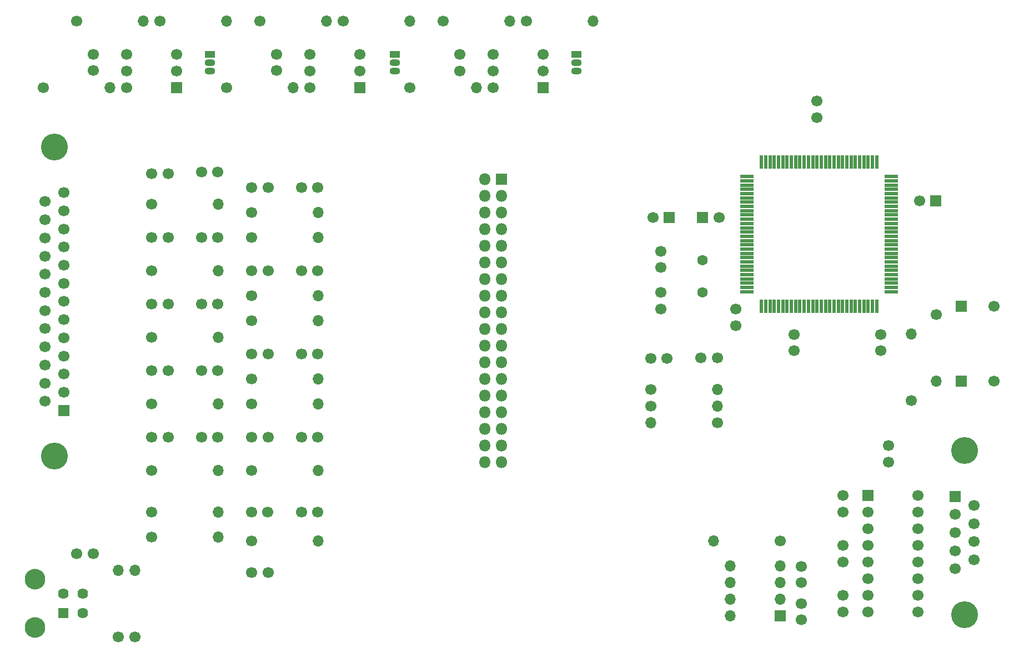
<source format=gbr>
%TF.GenerationSoftware,KiCad,Pcbnew,(5.1.6)-1*%
%TF.CreationDate,2020-07-18T16:19:54-07:00*%
%TF.ProjectId,BPEM488THD,4250454d-3438-4385-9448-442e6b696361,rev?*%
%TF.SameCoordinates,Original*%
%TF.FileFunction,Soldermask,Top*%
%TF.FilePolarity,Negative*%
%FSLAX46Y46*%
G04 Gerber Fmt 4.6, Leading zero omitted, Abs format (unit mm)*
G04 Created by KiCad (PCBNEW (5.1.6)-1) date 2020-07-18 16:19:54*
%MOMM*%
%LPD*%
G01*
G04 APERTURE LIST*
%ADD10C,4.100000*%
%ADD11C,1.700000*%
%ADD12R,1.700000X1.700000*%
%ADD13O,1.700000X1.700000*%
%ADD14R,2.132000X0.481000*%
%ADD15R,0.481000X2.132000*%
%ADD16C,1.600000*%
%ADD17R,1.600000X1.100000*%
%ADD18O,1.600000X1.100000*%
%ADD19O,1.800000X1.800000*%
%ADD20R,1.800000X1.800000*%
%ADD21R,1.624000X1.624000*%
%ADD22C,1.624000*%
%ADD23C,3.148000*%
G04 APERTURE END LIST*
D10*
%TO.C,J202*%
X69065000Y-120976000D03*
X69065000Y-73876000D03*
D11*
X67645000Y-82191000D03*
X67645000Y-84961000D03*
X67645000Y-87731000D03*
X67645000Y-90501000D03*
X67645000Y-93271000D03*
X67645000Y-96041000D03*
X67645000Y-98811000D03*
X67645000Y-101581000D03*
X67645000Y-104351000D03*
X67645000Y-107121000D03*
X67645000Y-109891000D03*
X67645000Y-112661000D03*
X70485000Y-80806000D03*
X70485000Y-83576000D03*
X70485000Y-86346000D03*
X70485000Y-89116000D03*
X70485000Y-91886000D03*
X70485000Y-94656000D03*
X70485000Y-97426000D03*
X70485000Y-100196000D03*
X70485000Y-102966000D03*
X70485000Y-105736000D03*
X70485000Y-108506000D03*
X70485000Y-111276000D03*
D12*
X70485000Y-114046000D03*
%TD*%
D10*
%TO.C,J201*%
X207795000Y-120200000D03*
X207795000Y-145200000D03*
D11*
X209215000Y-136855000D03*
X209215000Y-134085000D03*
X209215000Y-131315000D03*
X209215000Y-128545000D03*
X206375000Y-138240000D03*
X206375000Y-135470000D03*
X206375000Y-132700000D03*
X206375000Y-129930000D03*
D12*
X206375000Y-127160000D03*
%TD*%
D13*
%TO.C,R211*%
X109220000Y-133985000D03*
D11*
X99060000Y-133985000D03*
%TD*%
%TO.C,C232*%
X196215000Y-121920000D03*
X196215000Y-119420000D03*
%TD*%
%TO.C,C231*%
X189230000Y-134660000D03*
X189230000Y-137160000D03*
%TD*%
D14*
%TO.C,U301*%
X196620500Y-78377300D03*
X196620500Y-79025000D03*
X196620500Y-79672700D03*
X196620500Y-80320400D03*
X196620500Y-80968100D03*
X196620500Y-81628500D03*
X196620500Y-82276200D03*
X196620500Y-82923900D03*
X196620500Y-83571600D03*
X196620500Y-84219300D03*
X196620500Y-84879700D03*
X196620500Y-85527400D03*
X196620500Y-86175100D03*
X196620500Y-86822800D03*
X196620500Y-87483200D03*
X196620500Y-88130900D03*
X196620500Y-88778600D03*
X196620500Y-89426300D03*
X196620500Y-90086700D03*
X196620500Y-90734400D03*
X196620500Y-91382100D03*
X196620500Y-92029800D03*
X196620500Y-92677500D03*
X196620500Y-93337900D03*
X196620500Y-93985600D03*
X196620500Y-94633300D03*
X196620500Y-95281000D03*
X196620500Y-95928700D03*
D15*
X194410700Y-98138500D03*
X193763000Y-98138500D03*
X193115300Y-98138500D03*
X192467600Y-98138500D03*
X191819900Y-98138500D03*
X191159500Y-98138500D03*
X190511800Y-98138500D03*
X189864100Y-98138500D03*
X189216400Y-98138500D03*
X188568700Y-98138500D03*
X187908300Y-98138500D03*
X187260600Y-98138500D03*
X186612900Y-98138500D03*
X185965200Y-98138500D03*
X185304800Y-98138500D03*
X184657100Y-98138500D03*
X184009400Y-98138500D03*
X183361700Y-98138500D03*
X182701300Y-98138500D03*
X182053600Y-98138500D03*
X181405900Y-98138500D03*
X180758200Y-98138500D03*
X180110500Y-98138500D03*
X179450100Y-98138500D03*
X178802400Y-98138500D03*
X178154700Y-98138500D03*
X177507000Y-98138500D03*
X176859300Y-98138500D03*
D14*
X174649500Y-95928700D03*
X174649500Y-95281000D03*
X174649500Y-94633300D03*
X174649500Y-93985600D03*
X174649500Y-93337900D03*
X174649500Y-92677500D03*
X174649500Y-92029800D03*
X174649500Y-91382100D03*
X174649500Y-90734400D03*
X174649500Y-90086700D03*
X174649500Y-89426300D03*
X174649500Y-88778600D03*
X174649500Y-88130900D03*
X174649500Y-87483200D03*
X174649500Y-86822800D03*
X174649500Y-86175100D03*
X174649500Y-85527400D03*
X174649500Y-84879700D03*
X174649500Y-84219300D03*
X174649500Y-83571600D03*
X174649500Y-82923900D03*
X174649500Y-82276200D03*
X174649500Y-81628500D03*
X174649500Y-80968100D03*
X174649500Y-80320400D03*
X174649500Y-79672700D03*
X174649500Y-79025000D03*
X174649500Y-78377300D03*
D15*
X176859300Y-76167500D03*
X177507000Y-76167500D03*
X178154700Y-76167500D03*
X178802400Y-76167500D03*
X179450100Y-76167500D03*
X180110500Y-76167500D03*
X180758200Y-76167500D03*
X181405900Y-76167500D03*
X182053600Y-76167500D03*
X182701300Y-76167500D03*
X183361700Y-76167500D03*
X184009400Y-76167500D03*
X184657100Y-76167500D03*
X185304800Y-76167500D03*
X185965200Y-76167500D03*
X186612900Y-76167500D03*
X187260600Y-76167500D03*
X187908300Y-76167500D03*
X188568700Y-76167500D03*
X189216400Y-76167500D03*
X189864100Y-76167500D03*
X190511800Y-76167500D03*
X191159500Y-76167500D03*
X191819900Y-76167500D03*
X192467600Y-76167500D03*
X193115300Y-76167500D03*
X193763000Y-76167500D03*
X194410700Y-76167500D03*
%TD*%
D11*
%TO.C,U205*%
X200660000Y-144780000D03*
X193040000Y-144780000D03*
X200660000Y-127000000D03*
X200660000Y-129540000D03*
X200660000Y-132080000D03*
X200660000Y-134620000D03*
X200660000Y-137160000D03*
X200660000Y-139700000D03*
X200660000Y-142240000D03*
X193040000Y-142240000D03*
X193040000Y-139700000D03*
X193040000Y-137160000D03*
X193040000Y-134620000D03*
X193040000Y-132080000D03*
X193040000Y-129540000D03*
D12*
X193040000Y-127000000D03*
%TD*%
D11*
%TO.C,C303*%
X185320000Y-69368000D03*
X185320000Y-66868000D03*
%TD*%
%TO.C,C307*%
X170355000Y-84613000D03*
D12*
X167855000Y-84613000D03*
%TD*%
D16*
%TO.C,Y301*%
X167855000Y-91163000D03*
X167855000Y-96043000D03*
%TD*%
D11*
%TO.C,U204*%
X80010000Y-64770000D03*
X80010000Y-62230000D03*
X80010000Y-59690000D03*
X87630000Y-59690000D03*
X87630000Y-62230000D03*
D12*
X87630000Y-64770000D03*
%TD*%
D11*
%TO.C,U203*%
X107950000Y-64770000D03*
X107950000Y-62230000D03*
X107950000Y-59690000D03*
X115570000Y-59690000D03*
X115570000Y-62230000D03*
D12*
X115570000Y-64770000D03*
%TD*%
D11*
%TO.C,U202*%
X135890000Y-64820000D03*
X135890000Y-62280000D03*
X135890000Y-59740000D03*
X143510000Y-59740000D03*
X143510000Y-62280000D03*
D12*
X143510000Y-64820000D03*
%TD*%
D13*
%TO.C,U201*%
X172085000Y-145415000D03*
X179705000Y-137795000D03*
X172085000Y-142875000D03*
X179705000Y-140335000D03*
X172085000Y-140335000D03*
X179705000Y-142875000D03*
X172085000Y-137795000D03*
D12*
X179705000Y-145415000D03*
%TD*%
D13*
%TO.C,R304*%
X199715000Y-102393000D03*
D11*
X199715000Y-112553000D03*
%TD*%
D13*
%TO.C,R303*%
X203525000Y-109543000D03*
D11*
X203525000Y-99383000D03*
%TD*%
D13*
%TO.C,R302*%
X78740000Y-138430000D03*
D11*
X78740000Y-148590000D03*
%TD*%
D13*
%TO.C,R301*%
X81280000Y-138430000D03*
D11*
X81280000Y-148590000D03*
%TD*%
D13*
%TO.C,R225*%
X133350000Y-64770000D03*
D11*
X123190000Y-64770000D03*
%TD*%
D13*
%TO.C,R214*%
X160000000Y-115976000D03*
D11*
X170160000Y-115976000D03*
%TD*%
D13*
%TO.C,R204*%
X109220000Y-87630000D03*
D11*
X99060000Y-87630000D03*
%TD*%
D13*
%TO.C,R203*%
X170160000Y-110896000D03*
D11*
X160000000Y-110896000D03*
%TD*%
D13*
%TO.C,R202*%
X170160000Y-113436000D03*
D11*
X160000000Y-113436000D03*
%TD*%
D13*
%TO.C,R201*%
X169545000Y-133985000D03*
D11*
X179705000Y-133985000D03*
%TD*%
D17*
%TO.C,Q203*%
X92710000Y-59690000D03*
D18*
X92710000Y-62230000D03*
X92710000Y-60960000D03*
%TD*%
D17*
%TO.C,Q202*%
X120930000Y-59690000D03*
D18*
X120930000Y-62230000D03*
X120930000Y-60960000D03*
%TD*%
D17*
%TO.C,Q201*%
X148590000Y-59690000D03*
D18*
X148590000Y-62230000D03*
X148590000Y-60960000D03*
%TD*%
D19*
%TO.C,J302*%
X134620000Y-121920000D03*
X137160000Y-121920000D03*
X134620000Y-119380000D03*
X137160000Y-119380000D03*
X134620000Y-116840000D03*
X137160000Y-116840000D03*
X134620000Y-114300000D03*
X137160000Y-114300000D03*
X134620000Y-111760000D03*
X137160000Y-111760000D03*
X134620000Y-109220000D03*
X137160000Y-109220000D03*
X134620000Y-106680000D03*
X137160000Y-106680000D03*
X134620000Y-104140000D03*
X137160000Y-104140000D03*
X134620000Y-101600000D03*
X137160000Y-101600000D03*
X134620000Y-99060000D03*
X137160000Y-99060000D03*
X134620000Y-96520000D03*
X137160000Y-96520000D03*
X134620000Y-93980000D03*
X137160000Y-93980000D03*
X134620000Y-91440000D03*
X137160000Y-91440000D03*
X134620000Y-88900000D03*
X137160000Y-88900000D03*
X134620000Y-86360000D03*
X137160000Y-86360000D03*
X134620000Y-83820000D03*
X137160000Y-83820000D03*
X134620000Y-81280000D03*
X137160000Y-81280000D03*
X134620000Y-78740000D03*
D20*
X137160000Y-78740000D03*
%TD*%
D21*
%TO.C,J301*%
X70358000Y-145010000D03*
D22*
X70358000Y-142010000D03*
D23*
X66038000Y-147170000D03*
X66038000Y-139850000D03*
D22*
X73358000Y-145010000D03*
X73358000Y-142010000D03*
%TD*%
D11*
%TO.C,C312*%
X212335000Y-109543000D03*
D12*
X207335000Y-109543000D03*
%TD*%
D11*
%TO.C,C311*%
X212335000Y-98113000D03*
D12*
X207335000Y-98113000D03*
%TD*%
D11*
%TO.C,C310*%
X172935000Y-101118000D03*
X172935000Y-98618000D03*
%TD*%
%TO.C,C309*%
X160275000Y-84613000D03*
D12*
X162775000Y-84613000D03*
%TD*%
D11*
%TO.C,C308*%
X72430000Y-135890000D03*
X74930000Y-135890000D03*
%TD*%
%TO.C,C306*%
X200915000Y-82073000D03*
D12*
X203415000Y-82073000D03*
%TD*%
D11*
%TO.C,C305*%
X195005000Y-102433000D03*
X195005000Y-104933000D03*
%TD*%
%TO.C,C304*%
X181855000Y-102433000D03*
X181855000Y-104933000D03*
%TD*%
%TO.C,C302*%
X161505000Y-98543000D03*
X161505000Y-96043000D03*
%TD*%
%TO.C,C301*%
X161505000Y-89733000D03*
X161505000Y-92233000D03*
%TD*%
%TO.C,C229*%
X74930000Y-62190000D03*
X74930000Y-59690000D03*
%TD*%
%TO.C,C228*%
X102870000Y-62190000D03*
X102870000Y-59690000D03*
%TD*%
%TO.C,C227*%
X130810000Y-62240000D03*
X130810000Y-59740000D03*
%TD*%
%TO.C,C218*%
X182880000Y-146010000D03*
X182880000Y-143510000D03*
%TD*%
%TO.C,C217*%
X182880000Y-137835000D03*
X182880000Y-140335000D03*
%TD*%
%TO.C,C212*%
X99100000Y-105410000D03*
X101600000Y-105410000D03*
%TD*%
%TO.C,C211*%
X99100000Y-92710000D03*
X101600000Y-92710000D03*
%TD*%
%TO.C,C210*%
X99100000Y-80010000D03*
X101600000Y-80010000D03*
%TD*%
%TO.C,C209*%
X159940000Y-106136000D03*
X162440000Y-106136000D03*
%TD*%
%TO.C,C204*%
X109180000Y-105410000D03*
X106680000Y-105410000D03*
%TD*%
%TO.C,C203*%
X109180000Y-92710000D03*
X106680000Y-92710000D03*
%TD*%
%TO.C,C202*%
X109180000Y-80010000D03*
X106680000Y-80010000D03*
%TD*%
%TO.C,C201*%
X170120000Y-106070000D03*
X167620000Y-106070000D03*
%TD*%
%TO.C,C205*%
X109180000Y-118110000D03*
X106680000Y-118110000D03*
%TD*%
%TO.C,C206*%
X106680000Y-129540000D03*
X109180000Y-129540000D03*
%TD*%
%TO.C,C207*%
X99120000Y-138800000D03*
X101620000Y-138800000D03*
%TD*%
%TO.C,C208*%
X91440000Y-77650000D03*
X93940000Y-77650000D03*
%TD*%
%TO.C,C213*%
X101600000Y-118110000D03*
X99100000Y-118110000D03*
%TD*%
%TO.C,C214*%
X99060000Y-129540000D03*
X101560000Y-129540000D03*
%TD*%
%TO.C,C216*%
X86360000Y-77880000D03*
X83860000Y-77880000D03*
%TD*%
%TO.C,C219*%
X93940000Y-87630000D03*
X91440000Y-87630000D03*
%TD*%
%TO.C,C220*%
X91440000Y-97790000D03*
X93940000Y-97790000D03*
%TD*%
%TO.C,C221*%
X93940000Y-107950000D03*
X91440000Y-107950000D03*
%TD*%
%TO.C,C222*%
X91440000Y-118110000D03*
X93940000Y-118110000D03*
%TD*%
%TO.C,C223*%
X83860000Y-87630000D03*
X86360000Y-87630000D03*
%TD*%
%TO.C,C224*%
X86360000Y-97790000D03*
X83860000Y-97790000D03*
%TD*%
%TO.C,C225*%
X83860000Y-107950000D03*
X86360000Y-107950000D03*
%TD*%
%TO.C,C226*%
X86360000Y-118110000D03*
X83860000Y-118110000D03*
%TD*%
%TO.C,C230*%
X189230000Y-129540000D03*
X189230000Y-127040000D03*
%TD*%
%TO.C,C233*%
X189230000Y-142280000D03*
X189230000Y-144780000D03*
%TD*%
%TO.C,R205*%
X99060000Y-83820000D03*
D13*
X109220000Y-83820000D03*
%TD*%
%TO.C,R206*%
X109220000Y-100330000D03*
D11*
X99060000Y-100330000D03*
%TD*%
D13*
%TO.C,R207*%
X109220000Y-96520000D03*
D11*
X99060000Y-96520000D03*
%TD*%
D13*
%TO.C,R208*%
X109220000Y-113030000D03*
D11*
X99060000Y-113030000D03*
%TD*%
%TO.C,R209*%
X99060000Y-109220000D03*
D13*
X109220000Y-109220000D03*
%TD*%
D11*
%TO.C,R210*%
X99060000Y-123190000D03*
D13*
X109220000Y-123190000D03*
%TD*%
D11*
%TO.C,R212*%
X83820000Y-133350000D03*
D13*
X93980000Y-133350000D03*
%TD*%
%TO.C,R213*%
X93980000Y-82550000D03*
D11*
X83820000Y-82550000D03*
%TD*%
D13*
%TO.C,R215*%
X93980000Y-92710000D03*
D11*
X83820000Y-92710000D03*
%TD*%
%TO.C,R216*%
X83820000Y-102870000D03*
D13*
X93980000Y-102870000D03*
%TD*%
%TO.C,R217*%
X93980000Y-113030000D03*
D11*
X83820000Y-113030000D03*
%TD*%
%TO.C,R218*%
X83820000Y-123190000D03*
D13*
X93980000Y-123190000D03*
%TD*%
D11*
%TO.C,R219*%
X140970000Y-54610000D03*
D13*
X151130000Y-54610000D03*
%TD*%
%TO.C,R220*%
X123190000Y-54610000D03*
D11*
X113030000Y-54610000D03*
%TD*%
%TO.C,R221*%
X85090000Y-54610000D03*
D13*
X95250000Y-54610000D03*
%TD*%
%TO.C,R222*%
X138430000Y-54610000D03*
D11*
X128270000Y-54610000D03*
%TD*%
%TO.C,R223*%
X100330000Y-54610000D03*
D13*
X110490000Y-54610000D03*
%TD*%
%TO.C,R224*%
X82550000Y-54610000D03*
D11*
X72390000Y-54610000D03*
%TD*%
%TO.C,R226*%
X95250000Y-64770000D03*
D13*
X105410000Y-64770000D03*
%TD*%
%TO.C,R227*%
X77470000Y-64770000D03*
D11*
X67310000Y-64770000D03*
%TD*%
%TO.C,R228*%
X83820000Y-129540000D03*
D13*
X93980000Y-129540000D03*
%TD*%
M02*

</source>
